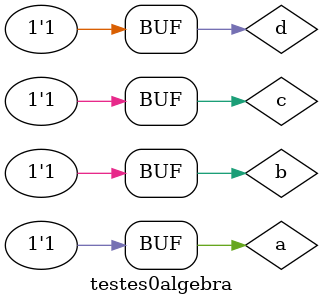
<source format=v>


module s0algebra (s0,a,b,c,d);
output s0;
input a,b,c,d;
wire t1,t2,t3,t4,t5,t,t7,t8;

xor XOR1 (t1,c,d);
xor XOR2 (t2,a,c);
xor XOR3 (t3,a,b);
xor XOR4 (t4,b,d);

and AND1 (t5, ~a,~b,t1);
and AND2 (t6, t2,b,d);
and AND3 (t7, t3,~c,~d);
and AND4 (t8, t4,a,c);

or OR1 (s0,t5,t6,t7,t8);

endmodule //fim s0algebra

// ---------------------
// -- teste s0 Algebra
// ---------------------

module testes0algebra;

wire s0;
reg a,b,c,d;

s0algebra Teste (s0,a,b,c,d);

 initial begin
      $display("\na  b   c   d  s0\n");
      $monitor("%b  %b   %b   %b  %b", a, b, c, d, s0);
  
	     a=0; b=0; c=0; d=0;  
    #1  a=0; b=0; c=0; d=1;
    #1  a=0; b=0; c=1; d=0;
    #1  a=0; b=0; c=1; d=1;
    #1  a=0; b=1; c=0; d=0;
 	 #1  a=0; b=1; c=0; d=1;
    #1  a=0; b=1; c=1; d=0;
    #1  a=0; b=1; c=1; d=1;
    #1  a=1; b=0; c=0; d=0;
    #1  a=1; b=0; c=0; d=1;
    #1  a=1; b=0; c=1; d=0;
    #1  a=1; b=0; c=1; d=1;
    #1  a=1; b=1; c=0; d=0;
    #1  a=1; b=1; c=0; d=1;
    #1  a=1; b=1; c=1; d=0;
    #1  a=1; b=1; c=1; d=1;


        
    end
    endmodule

//fim testes0algebra
</source>
